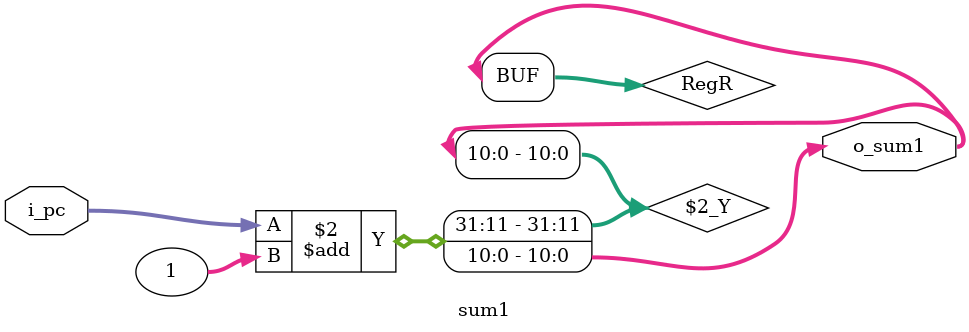
<source format=v>
`timescale 1ns / 1ps

module sum1
#( 
  //parametros
  parameter	                    N_BUS_IN 	= 11
)
(
  //	ENTRADAS:
  input       [N_BUS_IN-1:0]    i_pc,
  
  //	SALIDAS: 
  output      [N_BUS_IN-1:0]    o_sum1
);

  reg         [N_BUS_IN-1:0]    RegR;

  always @(*)
    begin
          RegR <= i_pc + 1;
    end

  assign o_sum1 = RegR;

endmodule

</source>
